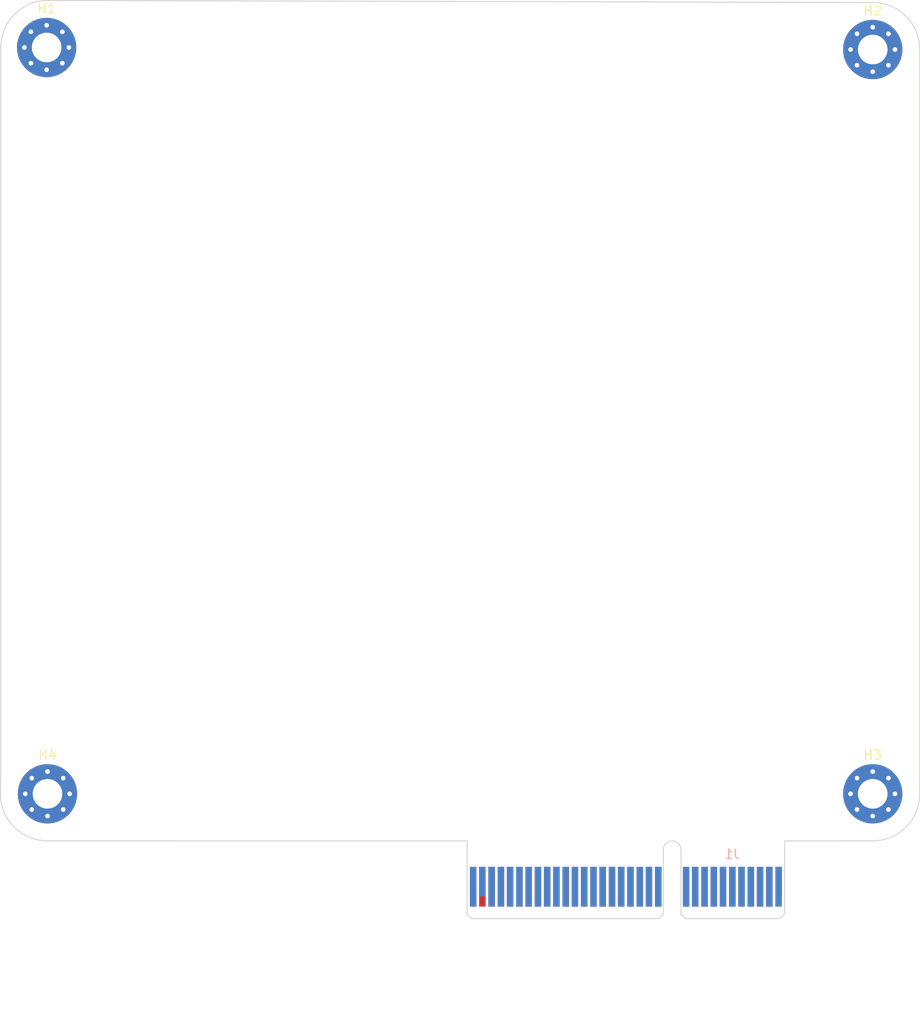
<source format=kicad_pcb>
(kicad_pcb (version 20211014) (generator pcbnew)
  (layers (0 "F.Cu" signal) (31 "B.Cu" signal) (34 "B.Paste" user) (35 "F.Paste" user) (36 "B.SilkS" user "B.Silkscreen") (37 "F.SilkS" user "F.Silkscreen") (38 "B.Mask" user) (39 "F.Mask" user) (44 "Edge.Cuts" user))
  (net 0 "")
  (net 1 "GND")
  (net 2 "+5V")
  (footprint "MountingHole:MountingHole_3.2mm_M3_Pad_Via" (layer "F.Cu") (at 70.775102 63.282102)
    (fp_text reference "H1" (at 0 -4.2) (layer "F.SilkS"))
    (fp_text value "M3")
    (pad "1" thru_hole circle (at 1.697056 1.697056) (size 0.8 0.8) (drill 0.5) (layers *.Cu *.Mask) (net 1 "GND"))
    (pad "1" thru_hole circle (at 0 -2.4) (size 0.8 0.8) (drill 0.5) (layers *.Cu *.Mask) (net 1 "GND"))
    (pad "1" thru_hole circle (at -1.697056 -1.697056) (size 0.8 0.8) (drill 0.5) (layers *.Cu *.Mask) (net 1 "GND"))
    (pad "1" thru_hole circle (at -1.697056 1.697056) (size 0.8 0.8) (drill 0.5) (layers *.Cu *.Mask) (net 1 "GND"))
    (pad "1" thru_hole circle (at 0 2.4) (size 0.8 0.8) (drill 0.5) (layers *.Cu *.Mask) (net 1 "GND"))
    (pad "1" thru_hole circle (at 1.697056 -1.697056) (size 0.8 0.8) (drill 0.5) (layers *.Cu *.Mask) (net 1 "GND"))
    (pad "1" thru_hole circle (at 2.4 0) (size 0.8 0.8) (drill 0.5) (layers *.Cu *.Mask) (net 1 "GND"))
    (pad "1" thru_hole circle (at 0 0) (size 6.4 6.4) (drill 3.2) (layers *.Cu *.Mask) (net 1 "GND"))
    (pad "1" thru_hole circle (at -2.4 0) (size 0.8 0.8) (drill 0.5) (layers *.Cu *.Mask) (net 1 "GND"))
  )
  (footprint "MountingHole:MountingHole_3.2mm_M3_Pad_Via" (layer "F.Cu") (at 160.02 63.5)
    (fp_text reference "H2" (at 0 -4.2) (layer "F.SilkS"))
    (fp_text value "M3")
    (pad "1" thru_hole circle (at 1.697056 1.697056) (size 0.8 0.8) (drill 0.5) (layers *.Cu *.Mask) (net 1 "GND"))
    (pad "1" thru_hole circle (at 1.697056 -1.697056) (size 0.8 0.8) (drill 0.5) (layers *.Cu *.Mask) (net 1 "GND"))
    (pad "1" thru_hole circle (at -1.697056 -1.697056) (size 0.8 0.8) (drill 0.5) (layers *.Cu *.Mask) (net 1 "GND"))
    (pad "1" thru_hole circle (at -2.4 0) (size 0.8 0.8) (drill 0.5) (layers *.Cu *.Mask) (net 1 "GND"))
    (pad "1" thru_hole circle (at 0 -2.4) (size 0.8 0.8) (drill 0.5) (layers *.Cu *.Mask) (net 1 "GND"))
    (pad "1" thru_hole circle (at 0 2.4) (size 0.8 0.8) (drill 0.5) (layers *.Cu *.Mask) (net 1 "GND"))
    (pad "1" thru_hole circle (at 2.4 0) (size 0.8 0.8) (drill 0.5) (layers *.Cu *.Mask) (net 1 "GND"))
    (pad "1" thru_hole circle (at 0 0) (size 6.4 6.4) (drill 3.2) (layers *.Cu *.Mask) (net 1 "GND"))
    (pad "1" thru_hole circle (at -1.697056 1.697056) (size 0.8 0.8) (drill 0.5) (layers *.Cu *.Mask) (net 1 "GND"))
  )
  (footprint "MountingHole:MountingHole_3.2mm_M3_Pad_Via" (layer "F.Cu") (at 70.866 143.891)
    (fp_text reference "H4" (at 0 -4.2) (layer "F.SilkS"))
    (fp_text value "M3")
    (pad "1" thru_hole circle (at 2.4 0) (size 0.8 0.8) (drill 0.5) (layers *.Cu *.Mask) (net 1 "GND"))
    (pad "1" thru_hole circle (at 1.697056 1.697056) (size 0.8 0.8) (drill 0.5) (layers *.Cu *.Mask) (net 1 "GND"))
    (pad "1" thru_hole circle (at 0 2.4) (size 0.8 0.8) (drill 0.5) (layers *.Cu *.Mask) (net 1 "GND"))
    (pad "1" thru_hole circle (at -1.697056 1.697056) (size 0.8 0.8) (drill 0.5) (layers *.Cu *.Mask) (net 1 "GND"))
    (pad "1" thru_hole circle (at -2.4 0) (size 0.8 0.8) (drill 0.5) (layers *.Cu *.Mask) (net 1 "GND"))
    (pad "1" thru_hole circle (at 0 0) (size 6.4 6.4) (drill 3.2) (layers *.Cu *.Mask) (net 1 "GND"))
    (pad "1" thru_hole circle (at -1.697056 -1.697056) (size 0.8 0.8) (drill 0.5) (layers *.Cu *.Mask) (net 1 "GND"))
    (pad "1" thru_hole circle (at 0 -2.4) (size 0.8 0.8) (drill 0.5) (layers *.Cu *.Mask) (net 1 "GND"))
    (pad "1" thru_hole circle (at 1.697056 -1.697056) (size 0.8 0.8) (drill 0.5) (layers *.Cu *.Mask) (net 1 "GND"))
  )
  (footprint "MountingHole:MountingHole_3.2mm_M3_Pad_Via" (layer "F.Cu") (at 160.02 143.891)
    (fp_text reference "H3" (at 0 -4.2) (layer "F.SilkS"))
    (fp_text value "M3")
    (pad "1" thru_hole circle (at 2.4 0) (size 0.8 0.8) (drill 0.5) (layers *.Cu *.Mask) (net 1 "GND"))
    (pad "1" thru_hole circle (at 0 2.4) (size 0.8 0.8) (drill 0.5) (layers *.Cu *.Mask) (net 1 "GND"))
    (pad "1" thru_hole circle (at 1.697056 -1.697056) (size 0.8 0.8) (drill 0.5) (layers *.Cu *.Mask) (net 1 "GND"))
    (pad "1" thru_hole circle (at 0 0) (size 6.4 6.4) (drill 3.2) (layers *.Cu *.Mask) (net 1 "GND"))
    (pad "1" thru_hole circle (at -2.4 0) (size 0.8 0.8) (drill 0.5) (layers *.Cu *.Mask) (net 1 "GND"))
    (pad "1" thru_hole circle (at 1.697056 1.697056) (size 0.8 0.8) (drill 0.5) (layers *.Cu *.Mask) (net 1 "GND"))
    (pad "1" thru_hole circle (at -1.697056 1.697056) (size 0.8 0.8) (drill 0.5) (layers *.Cu *.Mask) (net 1 "GND"))
    (pad "1" thru_hole circle (at 0 -2.4) (size 0.8 0.8) (drill 0.5) (layers *.Cu *.Mask) (net 1 "GND"))
    (pad "1" thru_hole circle (at -1.697056 -1.697056) (size 0.8 0.8) (drill 0.5) (layers *.Cu *.Mask) (net 1 "GND"))
  )
  (footprint "6502_Library:BUS_Eater6502_PCI_x4" (layer "B.Cu") (at 149.85 153.924 180)
    (fp_text reference "J1" (at 5 3.5) (layer "B.SilkS") (effects (justify mirror)))
    (fp_text value "BUS_6502_PCI_card_edge")
    (fp_line (start -0.65 -2.95) (end -0.15 -3.45) (layer "Edge.Cuts") (width 0.1))
    (fp_line (start 33.65 4.95) (end 33.65 -2.95) (layer "Edge.Cuts") (width 0.1))
    (fp_line (start 33.65 -2.95) (end 33.15 -3.45) (layer "Edge.Cuts") (width 0.1))
    (fp_line (start 12.45 -2.95) (end 12.95 -3.45) (layer "Edge.Cuts") (width 0.1))
    (fp_line (start -0.15 -3.45) (end 10.05 -3.45) (layer "Edge.Cuts") (width 0.1))
    (fp_line (start 12.95 -3.45) (end 33.15 -3.45) (layer "Edge.Cuts") (width 0.1))
    (fp_line (start 10.55 4) (end 10.55 -2.95) (layer "Edge.Cuts") (width 0.1))
    (fp_line (start -0.65 4.95) (end -0.65 -2.95) (layer "Edge.Cuts") (width 0.1))
    (fp_line (start 10.55 -2.95) (end 10.05 -3.45) (layer "Edge.Cuts") (width 0.1))
    (fp_line (start 12.45 4) (end 12.45 -2.95) (layer "Edge.Cuts") (width 0.1))
    (fp_arc (start 12.45 4) (mid 11.5 4.95) (end 10.55 4) (layer "Edge.Cuts") (width 0.1))
    (pad "A1" connect rect (at 0 0.55 180) (size 0.7 3.2) (layers "F.Cu" "F.Mask") (net 2 "+5V"))
    (pad "A2" connect rect (at 1 0 180) (size 0.7 4.3) (layers "F.Cu" "F.Mask"))
    (pad "A3" connect rect (at 2 0 180) (size 0.7 4.3) (layers "F.Cu" "F.Mask"))
    (pad "A4" connect rect (at 3 0 180) (size 0.7 4.3) (layers "F.Cu" "F.Mask"))
    (pad "A5" connect rect (at 4 0 180) (size 0.7 4.3) (layers "F.Cu" "F.Mask"))
    (pad "A6" connect rect (at 5 0 180) (size 0.7 4.3) (layers "F.Cu" "F.Mask"))
    (pad "A7" connect rect (at 6 0 180) (size 0.7 4.3) (layers "F.Cu" "F.Mask"))
    (pad "A8" connect rect (at 7 0 180) (size 0.7 4.3) (layers "F.Cu" "F.Mask"))
    (pad "A9" connect rect (at 8 0 180) (size 0.7 4.3) (layers "F.Cu" "F.Mask"))
    (pad "A10" connect rect (at 9 0 180) (size 0.7 4.3) (layers "F.Cu" "F.Mask"))
    (pad "A11" connect rect (at 10 0 180) (size 0.7 4.3) (layers "F.Cu" "F.Mask"))
    (pad "A12" connect rect (at 13 0 180) (size 0.7 4.3) (layers "F.Cu" "F.Mask"))
    (pad "A13" connect rect (at 14 0 180) (size 0.7 4.3) (layers "F.Cu" "F.Mask"))
    (pad "A14" connect rect (at 15 0 180) (size 0.7 4.3) (layers "F.Cu" "F.Mask"))
    (pad "A15" connect rect (at 16 0 180) (size 0.7 4.3) (layers "F.Cu" "F.Mask"))
    (pad "A16" connect rect (at 17 0 180) (size 0.7 4.3) (layers "F.Cu" "F.Mask"))
    (pad "A17" connect rect (at 18 0 180) (size 0.7 4.3) (layers "F.Cu" "F.Mask"))
    (pad "A18" connect rect (at 19 0 180) (size 0.7 4.3) (layers "F.Cu" "F.Mask"))
    (pad "A19" connect rect (at 20 0 180) (size 0.7 4.3) (layers "F.Cu" "F.Mask"))
    (pad "A20" connect rect (at 21 0 180) (size 0.7 4.3) (layers "F.Cu" "F.Mask"))
    (pad "A21" connect rect (at 22 0 180) (size 0.7 4.3) (layers "F.Cu" "F.Mask"))
    (pad "A22" connect rect (at 23 0 180) (size 0.7 4.3) (layers "F.Cu" "F.Mask"))
    (pad "A23" connect rect (at 24 0 180) (size 0.7 4.3) (layers "F.Cu" "F.Mask"))
    (pad "A24" connect rect (at 25 0 180) (size 0.7 4.3) (layers "F.Cu" "F.Mask"))
    (pad "A25" connect rect (at 26 0 180) (size 0.7 4.3) (layers "F.Cu" "F.Mask"))
    (pad "A26" connect rect (at 27 0 180) (size 0.7 4.3) (layers "F.Cu" "F.Mask"))
    (pad "A27" connect rect (at 28 0 180) (size 0.7 4.3) (layers "F.Cu" "F.Mask"))
    (pad "A28" connect rect (at 29 0 180) (size 0.7 4.3) (layers "F.Cu" "F.Mask"))
    (pad "A29" connect rect (at 30 0 180) (size 0.7 4.3) (layers "F.Cu" "F.Mask"))
    (pad "A30" connect rect (at 31 0 180) (size 0.7 4.3) (layers "F.Cu" "F.Mask"))
    (pad "A31" connect rect (at 32 0 180) (size 0.7 4.3) (layers "F.Cu" "F.Mask"))
    (pad "A32" connect rect (at 33 0 180) (size 0.7 4.3) (layers "F.Cu" "F.Mask"))
    (pad "B1" connect rect (at 0 0 180) (size 0.7 4.3) (layers "B.Cu" "B.Mask") (net 1 "GND"))
    (pad "B2" connect rect (at 1 0 180) (size 0.7 4.3) (layers "B.Cu" "B.Mask"))
    (pad "B3" connect rect (at 2 0 180) (size 0.7 4.3) (layers "B.Cu" "B.Mask"))
    (pad "B4" connect rect (at 3 0 180) (size 0.7 4.3) (layers "B.Cu" "B.Mask"))
    (pad "B5" connect rect (at 4 0 180) (size 0.7 4.3) (layers "B.Cu" "B.Mask"))
    (pad "B6" connect rect (at 5 0 180) (size 0.7 4.3) (layers "B.Cu" "B.Mask"))
    (pad "B7" connect rect (at 6 0 180) (size 0.7 4.3) (layers "B.Cu" "B.Mask"))
    (pad "B8" connect rect (at 7 0 180) (size 0.7 4.3) (layers "B.Cu" "B.Mask") (net 2 "+5V"))
    (pad "B9" connect rect (at 8 0 180) (size 0.7 4.3) (layers "B.Cu" "B.Mask"))
    (pad "B10" connect rect (at 9 0 180) (size 0.7 4.3) (layers "B.Cu" "B.Mask"))
    (pad "B11" connect rect (at 10 0 180) (size 0.7 4.3) (layers "B.Cu" "B.Mask"))
    (pad "B12" connect rect (at 13 0 180) (size 0.7 4.3) (layers "B.Cu" "B.Mask"))
    (pad "B13" connect rect (at 14 0 180) (size 0.7 4.3) (layers "B.Cu" "B.Mask"))
    (pad "B14" connect rect (at 15 0 180) (size 0.7 4.3) (layers "B.Cu" "B.Mask"))
    (pad "B15" connect rect (at 16 0 180) (size 0.7 4.3) (layers "B.Cu" "B.Mask"))
    (pad "B16" connect rect (at 17 0 180) (size 0.7 4.3) (layers "B.Cu" "B.Mask"))
    (pad "B17" connect rect (at 18 0 180) (size 0.7 4.3) (layers "B.Cu" "B.Mask") (net 1 "GND"))
    (pad "B18" connect rect (at 19 0 180) (size 0.7 4.3) (layers "B.Cu" "B.Mask"))
    (pad "B19" connect rect (at 20 0 180) (size 0.7 4.3) (layers "B.Cu" "B.Mask"))
    (pad "B20" connect rect (at 21 0 180) (size 0.7 4.3) (layers "B.Cu" "B.Mask"))
    (pad "B21" connect rect (at 22 0 180) (size 0.7 4.3) (layers "B.Cu" "B.Mask"))
    (pad "B22" connect rect (at 23 0 180) (size 0.7 4.3) (layers "B.Cu" "B.Mask"))
    (pad "B23" connect rect (at 24 0 180) (size 0.7 4.3) (layers "B.Cu" "B.Mask"))
    (pad "B24" connect rect (at 25 0 180) (size 0.7 4.3) (layers "B.Cu" "B.Mask"))
    (pad "B25" connect rect (at 26 0 180) (size 0.7 4.3) (layers "B.Cu" "B.Mask"))
    (pad "B26" connect rect (at 27 0 180) (size 0.7 4.3) (layers "B.Cu" "B.Mask"))
    (pad "B27" connect rect (at 28 0 180) (size 0.7 4.3) (layers "B.Cu" "B.Mask"))
    (pad "B28" connect rect (at 29 0 180) (size 0.7 4.3) (layers "B.Cu" "B.Mask"))
    (pad "B29" connect rect (at 30 0 180) (size 0.7 4.3) (layers "B.Cu" "B.Mask"))
    (pad "B30" connect rect (at 31 0 180) (size 0.7 4.3) (layers "B.Cu" "B.Mask"))
    (pad "B31" connect rect (at 32 0.55 180) (size 0.7 3.2) (layers "B.Cu" "B.Mask") (net 2 "+5V"))
    (pad "B32" connect rect (at 33 0 180) (size 0.7 4.3) (layers "B.Cu" "B.Mask") (net 1 "GND"))
  )
  (gr_line (start 160.02 148.971) (end 150.5 148.974) (layer "Edge.Cuts") (width 0.1))
  (gr_line (start 70.902102 58.202102) (end 160.02 58.42) (layer "Edge.Cuts") (width 0.1))
  (gr_arc (start 165.1 143.891) (mid 163.612102 147.483102) (end 160.02 148.971) (layer "Edge.Cuts") (width 0.1))
  (gr_line (start 116.2 148.974) (end 70.866 148.971) (layer "Edge.Cuts") (width 0.1))
  (gr_arc (start 160.02 58.42) (mid 163.612102 59.907898) (end 165.1 63.5) (layer "Edge.Cuts") (width 0.1))
  (gr_line (start 165.1 143.891) (end 165.1 142.24) (layer "Edge.Cuts") (width 0.1))
  (gr_line (start 65.822102 142.24) (end 65.786 143.891) (layer "Edge.Cuts") (width 0.1))
  (gr_line (start 65.822102 63.282102) (end 65.822102 142.24) (layer "Edge.Cuts") (width 0.1))
  (gr_line (start 165.1 63.5) (end 165.1 142.24) (layer "Edge.Cuts") (width 0.1))
  (gr_arc (start 70.866 148.971) (mid 67.273898 147.483102) (end 65.786 143.891) (layer "Edge.Cuts") (width 0.1))
  (gr_arc (start 65.822102 63.282102) (mid 67.31 59.69) (end 70.902102 58.202102) (layer "Edge.Cuts") (width 0.1))
)
</source>
